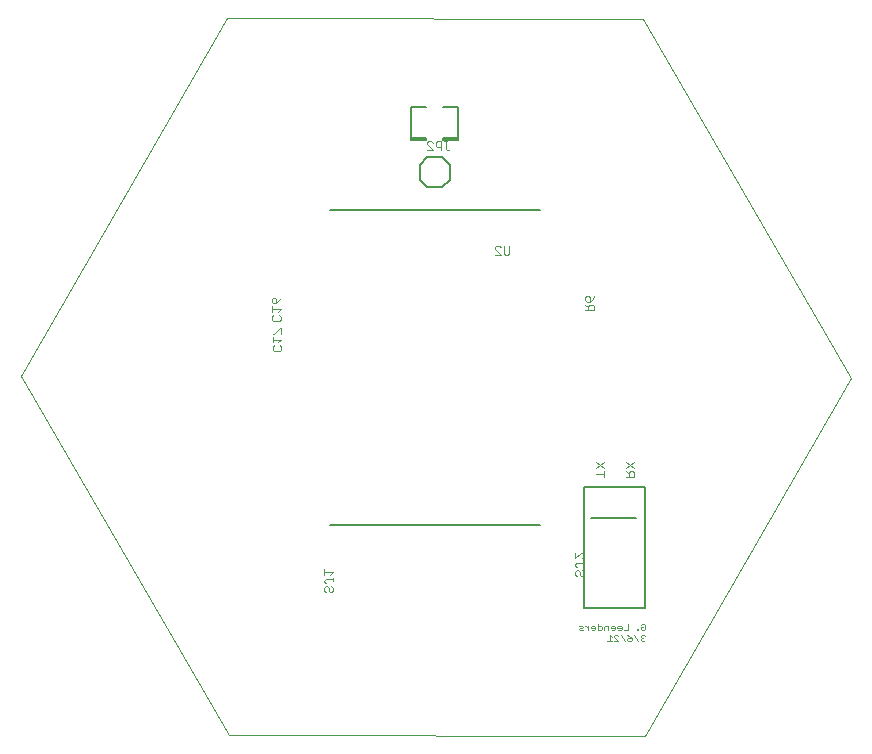
<source format=gbo>
G75*
%MOIN*%
%OFA0B0*%
%FSLAX25Y25*%
%IPPOS*%
%LPD*%
%AMOC8*
5,1,8,0,0,1.08239X$1,22.5*
%
%ADD10C,0.00000*%
%ADD11C,0.00600*%
%ADD12C,0.00300*%
%ADD13C,0.00500*%
D10*
X0156177Y0131750D02*
X0294617Y0131378D01*
X0363514Y0250712D01*
X0293972Y0370419D01*
X0155532Y0370791D01*
X0086634Y0251457D01*
X0156177Y0131750D01*
D11*
X0274237Y0174047D02*
X0294837Y0174047D01*
X0294837Y0214347D01*
X0274237Y0214347D01*
X0274237Y0174047D01*
X0276637Y0203997D02*
X0291837Y0203997D01*
X0227125Y0314362D02*
X0222125Y0314362D01*
X0219625Y0316862D01*
X0219625Y0321862D01*
X0222125Y0324362D01*
X0227125Y0324362D01*
X0229625Y0321862D01*
X0229625Y0316862D01*
X0227125Y0314362D01*
D12*
X0226829Y0326712D02*
X0226829Y0329614D01*
X0225378Y0329614D01*
X0224894Y0329130D01*
X0224894Y0328163D01*
X0225378Y0327679D01*
X0226829Y0327679D01*
X0228324Y0327195D02*
X0228324Y0329614D01*
X0228808Y0329614D02*
X0227840Y0329614D01*
X0228324Y0327195D02*
X0228808Y0326712D01*
X0229292Y0326712D01*
X0229775Y0327195D01*
X0223882Y0326712D02*
X0221947Y0328647D01*
X0221947Y0329130D01*
X0222431Y0329614D01*
X0223399Y0329614D01*
X0223882Y0329130D01*
X0223882Y0326712D02*
X0221947Y0326712D01*
X0245140Y0294771D02*
X0246107Y0294771D01*
X0246591Y0294287D01*
X0247602Y0294771D02*
X0247602Y0292352D01*
X0248086Y0291869D01*
X0249054Y0291869D01*
X0249537Y0292352D01*
X0249537Y0294771D01*
X0246591Y0291869D02*
X0244656Y0293804D01*
X0244656Y0294287D01*
X0245140Y0294771D01*
X0244656Y0291869D02*
X0246591Y0291869D01*
X0274825Y0277668D02*
X0274825Y0276700D01*
X0275309Y0276217D01*
X0276277Y0276217D01*
X0276277Y0277668D01*
X0275793Y0278152D01*
X0275309Y0278152D01*
X0274825Y0277668D01*
X0276277Y0276217D02*
X0277244Y0277184D01*
X0277728Y0278152D01*
X0277244Y0275205D02*
X0276277Y0275205D01*
X0275793Y0274721D01*
X0275793Y0273270D01*
X0275793Y0274238D02*
X0274825Y0275205D01*
X0274825Y0273270D02*
X0277728Y0273270D01*
X0277728Y0274721D01*
X0277244Y0275205D01*
X0278287Y0222578D02*
X0281190Y0220643D01*
X0281190Y0219632D02*
X0281190Y0217697D01*
X0281190Y0218664D02*
X0278287Y0218664D01*
X0278287Y0220643D02*
X0281190Y0222578D01*
X0288287Y0222578D02*
X0291190Y0220643D01*
X0290706Y0219632D02*
X0289738Y0219632D01*
X0289255Y0219148D01*
X0289255Y0217697D01*
X0289255Y0218664D02*
X0288287Y0219632D01*
X0288287Y0220643D02*
X0291190Y0222578D01*
X0290706Y0219632D02*
X0291190Y0219148D01*
X0291190Y0217697D01*
X0288287Y0217697D01*
X0273860Y0192536D02*
X0274344Y0192053D01*
X0274344Y0191085D01*
X0273860Y0190602D01*
X0274344Y0189590D02*
X0274344Y0188622D01*
X0274344Y0189106D02*
X0271925Y0189106D01*
X0271441Y0188622D01*
X0271441Y0188139D01*
X0271925Y0187655D01*
X0271925Y0186643D02*
X0271441Y0186160D01*
X0271441Y0185192D01*
X0271925Y0184708D01*
X0272892Y0185192D02*
X0272892Y0186160D01*
X0272409Y0186643D01*
X0271925Y0186643D01*
X0272892Y0185192D02*
X0273376Y0184708D01*
X0273860Y0184708D01*
X0274344Y0185192D01*
X0274344Y0186160D01*
X0273860Y0186643D01*
X0271441Y0190602D02*
X0273376Y0192536D01*
X0273860Y0192536D01*
X0271441Y0192536D02*
X0271441Y0190602D01*
X0272620Y0168096D02*
X0273671Y0168096D01*
X0274022Y0167746D01*
X0273671Y0167395D01*
X0272971Y0167395D01*
X0272620Y0167045D01*
X0272971Y0166695D01*
X0274022Y0166695D01*
X0274812Y0168096D02*
X0275163Y0168096D01*
X0275863Y0167395D01*
X0275863Y0166695D02*
X0275863Y0168096D01*
X0276672Y0167746D02*
X0276672Y0167395D01*
X0278073Y0167395D01*
X0278073Y0167045D02*
X0278073Y0167746D01*
X0277723Y0168096D01*
X0277022Y0168096D01*
X0276672Y0167746D01*
X0277022Y0166695D02*
X0277723Y0166695D01*
X0278073Y0167045D01*
X0278882Y0166695D02*
X0279933Y0166695D01*
X0280283Y0167045D01*
X0280283Y0167746D01*
X0279933Y0168096D01*
X0278882Y0168096D01*
X0278882Y0168797D02*
X0278882Y0166695D01*
X0281092Y0166695D02*
X0281092Y0167746D01*
X0281442Y0168096D01*
X0282493Y0168096D01*
X0282493Y0166695D01*
X0283302Y0167395D02*
X0284703Y0167395D01*
X0284703Y0167045D02*
X0284703Y0167746D01*
X0284352Y0168096D01*
X0283652Y0168096D01*
X0283302Y0167746D01*
X0283302Y0167395D01*
X0283652Y0166695D02*
X0284352Y0166695D01*
X0284703Y0167045D01*
X0285511Y0167395D02*
X0286913Y0167395D01*
X0286913Y0167045D02*
X0286913Y0167746D01*
X0286562Y0168096D01*
X0285862Y0168096D01*
X0285511Y0167746D01*
X0285511Y0167395D01*
X0285862Y0166695D02*
X0286562Y0166695D01*
X0286913Y0167045D01*
X0287721Y0166695D02*
X0289123Y0166695D01*
X0289123Y0168797D01*
X0292087Y0167045D02*
X0292087Y0166695D01*
X0292437Y0166695D01*
X0292437Y0167045D01*
X0292087Y0167045D01*
X0293246Y0167045D02*
X0293596Y0166695D01*
X0294297Y0166695D01*
X0294647Y0167045D01*
X0294647Y0168446D01*
X0294297Y0168797D01*
X0293596Y0168797D01*
X0293246Y0168446D01*
X0293246Y0167746D02*
X0293947Y0167746D01*
X0293246Y0167746D02*
X0293246Y0167045D01*
X0293596Y0165197D02*
X0293246Y0164846D01*
X0293246Y0164496D01*
X0293596Y0164146D01*
X0293246Y0163795D01*
X0293246Y0163445D01*
X0293596Y0163095D01*
X0294297Y0163095D01*
X0294647Y0163445D01*
X0293947Y0164146D02*
X0293596Y0164146D01*
X0293596Y0165197D02*
X0294297Y0165197D01*
X0294647Y0164846D01*
X0292437Y0163095D02*
X0291036Y0165197D01*
X0290227Y0164146D02*
X0289177Y0164146D01*
X0288826Y0163795D01*
X0288826Y0163445D01*
X0289177Y0163095D01*
X0289877Y0163095D01*
X0290227Y0163445D01*
X0290227Y0164146D01*
X0289527Y0164846D01*
X0288826Y0165197D01*
X0286616Y0165197D02*
X0288018Y0163095D01*
X0285808Y0163095D02*
X0284406Y0164496D01*
X0284406Y0164846D01*
X0284757Y0165197D01*
X0285457Y0165197D01*
X0285808Y0164846D01*
X0285808Y0163095D02*
X0284406Y0163095D01*
X0283598Y0163095D02*
X0282197Y0163095D01*
X0282897Y0163095D02*
X0282897Y0165197D01*
X0283598Y0164496D01*
X0190676Y0179776D02*
X0190193Y0179292D01*
X0189709Y0179292D01*
X0189225Y0179776D01*
X0189225Y0180743D01*
X0188741Y0181227D01*
X0188258Y0181227D01*
X0187774Y0180743D01*
X0187774Y0179776D01*
X0188258Y0179292D01*
X0190676Y0179776D02*
X0190676Y0180743D01*
X0190193Y0181227D01*
X0190676Y0183206D02*
X0190676Y0184173D01*
X0190676Y0183690D02*
X0188258Y0183690D01*
X0187774Y0183206D01*
X0187774Y0182722D01*
X0188258Y0182238D01*
X0187774Y0185185D02*
X0187774Y0187120D01*
X0187774Y0186152D02*
X0190676Y0186152D01*
X0189709Y0185185D01*
X0172968Y0259630D02*
X0171033Y0259630D01*
X0170549Y0260114D01*
X0170549Y0261082D01*
X0171033Y0261565D01*
X0170549Y0262577D02*
X0170549Y0264512D01*
X0170549Y0263544D02*
X0173451Y0263544D01*
X0172484Y0262577D01*
X0172968Y0261565D02*
X0173451Y0261082D01*
X0173451Y0260114D01*
X0172968Y0259630D01*
X0173451Y0265524D02*
X0173451Y0267459D01*
X0172968Y0267459D01*
X0171033Y0265524D01*
X0170549Y0265524D01*
X0170808Y0269712D02*
X0170324Y0270196D01*
X0170324Y0271163D01*
X0170808Y0271647D01*
X0170324Y0272658D02*
X0170324Y0274593D01*
X0170324Y0273626D02*
X0173226Y0273626D01*
X0172259Y0272658D01*
X0172743Y0271647D02*
X0173226Y0271163D01*
X0173226Y0270196D01*
X0172743Y0269712D01*
X0170808Y0269712D01*
X0170808Y0275605D02*
X0170324Y0276089D01*
X0170324Y0277056D01*
X0170808Y0277540D01*
X0171291Y0277540D01*
X0171775Y0277056D01*
X0171775Y0275605D01*
X0170808Y0275605D01*
X0171775Y0275605D02*
X0172743Y0276572D01*
X0173226Y0277540D01*
D13*
X0189609Y0306719D02*
X0259687Y0306719D01*
X0232505Y0330008D02*
X0232505Y0330795D01*
X0227387Y0330795D01*
X0227387Y0330008D01*
X0232505Y0330008D01*
X0232505Y0330401D02*
X0227387Y0330401D01*
X0221876Y0330401D02*
X0216757Y0330401D01*
X0216757Y0330008D02*
X0216757Y0330795D01*
X0216757Y0341031D01*
X0221876Y0341031D01*
X0227387Y0341031D02*
X0232505Y0341031D01*
X0232505Y0330795D01*
X0221876Y0330795D02*
X0221876Y0330008D01*
X0216757Y0330008D01*
X0216757Y0330795D02*
X0221876Y0330795D01*
X0189609Y0201719D02*
X0259687Y0201719D01*
M02*

</source>
